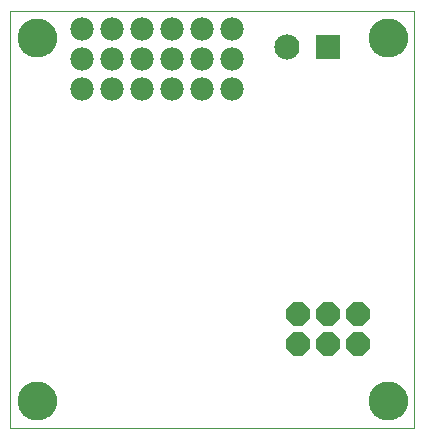
<source format=gbs>
G75*
G70*
%OFA0B0*%
%FSLAX24Y24*%
%IPPOS*%
%LPD*%
%AMOC8*
5,1,8,0,0,1.08239X$1,22.5*
%
%ADD10C,0.0000*%
%ADD11C,0.1300*%
%ADD12R,0.0840X0.0840*%
%ADD13C,0.0840*%
%ADD14OC8,0.0780*%
%ADD15C,0.0780*%
D10*
X000567Y000150D02*
X000567Y014046D01*
X014037Y014046D01*
X014037Y000150D01*
X000567Y000150D01*
X000837Y001050D02*
X000839Y001100D01*
X000845Y001150D01*
X000855Y001199D01*
X000869Y001247D01*
X000886Y001294D01*
X000907Y001339D01*
X000932Y001383D01*
X000960Y001424D01*
X000992Y001463D01*
X001026Y001500D01*
X001063Y001534D01*
X001103Y001564D01*
X001145Y001591D01*
X001189Y001615D01*
X001235Y001636D01*
X001282Y001652D01*
X001330Y001665D01*
X001380Y001674D01*
X001429Y001679D01*
X001480Y001680D01*
X001530Y001677D01*
X001579Y001670D01*
X001628Y001659D01*
X001676Y001644D01*
X001722Y001626D01*
X001767Y001604D01*
X001810Y001578D01*
X001851Y001549D01*
X001890Y001517D01*
X001926Y001482D01*
X001958Y001444D01*
X001988Y001404D01*
X002015Y001361D01*
X002038Y001317D01*
X002057Y001271D01*
X002073Y001223D01*
X002085Y001174D01*
X002093Y001125D01*
X002097Y001075D01*
X002097Y001025D01*
X002093Y000975D01*
X002085Y000926D01*
X002073Y000877D01*
X002057Y000829D01*
X002038Y000783D01*
X002015Y000739D01*
X001988Y000696D01*
X001958Y000656D01*
X001926Y000618D01*
X001890Y000583D01*
X001851Y000551D01*
X001810Y000522D01*
X001767Y000496D01*
X001722Y000474D01*
X001676Y000456D01*
X001628Y000441D01*
X001579Y000430D01*
X001530Y000423D01*
X001480Y000420D01*
X001429Y000421D01*
X001380Y000426D01*
X001330Y000435D01*
X001282Y000448D01*
X001235Y000464D01*
X001189Y000485D01*
X001145Y000509D01*
X001103Y000536D01*
X001063Y000566D01*
X001026Y000600D01*
X000992Y000637D01*
X000960Y000676D01*
X000932Y000717D01*
X000907Y000761D01*
X000886Y000806D01*
X000869Y000853D01*
X000855Y000901D01*
X000845Y000950D01*
X000839Y001000D01*
X000837Y001050D01*
X000837Y013150D02*
X000839Y013200D01*
X000845Y013250D01*
X000855Y013299D01*
X000869Y013347D01*
X000886Y013394D01*
X000907Y013439D01*
X000932Y013483D01*
X000960Y013524D01*
X000992Y013563D01*
X001026Y013600D01*
X001063Y013634D01*
X001103Y013664D01*
X001145Y013691D01*
X001189Y013715D01*
X001235Y013736D01*
X001282Y013752D01*
X001330Y013765D01*
X001380Y013774D01*
X001429Y013779D01*
X001480Y013780D01*
X001530Y013777D01*
X001579Y013770D01*
X001628Y013759D01*
X001676Y013744D01*
X001722Y013726D01*
X001767Y013704D01*
X001810Y013678D01*
X001851Y013649D01*
X001890Y013617D01*
X001926Y013582D01*
X001958Y013544D01*
X001988Y013504D01*
X002015Y013461D01*
X002038Y013417D01*
X002057Y013371D01*
X002073Y013323D01*
X002085Y013274D01*
X002093Y013225D01*
X002097Y013175D01*
X002097Y013125D01*
X002093Y013075D01*
X002085Y013026D01*
X002073Y012977D01*
X002057Y012929D01*
X002038Y012883D01*
X002015Y012839D01*
X001988Y012796D01*
X001958Y012756D01*
X001926Y012718D01*
X001890Y012683D01*
X001851Y012651D01*
X001810Y012622D01*
X001767Y012596D01*
X001722Y012574D01*
X001676Y012556D01*
X001628Y012541D01*
X001579Y012530D01*
X001530Y012523D01*
X001480Y012520D01*
X001429Y012521D01*
X001380Y012526D01*
X001330Y012535D01*
X001282Y012548D01*
X001235Y012564D01*
X001189Y012585D01*
X001145Y012609D01*
X001103Y012636D01*
X001063Y012666D01*
X001026Y012700D01*
X000992Y012737D01*
X000960Y012776D01*
X000932Y012817D01*
X000907Y012861D01*
X000886Y012906D01*
X000869Y012953D01*
X000855Y013001D01*
X000845Y013050D01*
X000839Y013100D01*
X000837Y013150D01*
X012537Y013150D02*
X012539Y013200D01*
X012545Y013250D01*
X012555Y013299D01*
X012569Y013347D01*
X012586Y013394D01*
X012607Y013439D01*
X012632Y013483D01*
X012660Y013524D01*
X012692Y013563D01*
X012726Y013600D01*
X012763Y013634D01*
X012803Y013664D01*
X012845Y013691D01*
X012889Y013715D01*
X012935Y013736D01*
X012982Y013752D01*
X013030Y013765D01*
X013080Y013774D01*
X013129Y013779D01*
X013180Y013780D01*
X013230Y013777D01*
X013279Y013770D01*
X013328Y013759D01*
X013376Y013744D01*
X013422Y013726D01*
X013467Y013704D01*
X013510Y013678D01*
X013551Y013649D01*
X013590Y013617D01*
X013626Y013582D01*
X013658Y013544D01*
X013688Y013504D01*
X013715Y013461D01*
X013738Y013417D01*
X013757Y013371D01*
X013773Y013323D01*
X013785Y013274D01*
X013793Y013225D01*
X013797Y013175D01*
X013797Y013125D01*
X013793Y013075D01*
X013785Y013026D01*
X013773Y012977D01*
X013757Y012929D01*
X013738Y012883D01*
X013715Y012839D01*
X013688Y012796D01*
X013658Y012756D01*
X013626Y012718D01*
X013590Y012683D01*
X013551Y012651D01*
X013510Y012622D01*
X013467Y012596D01*
X013422Y012574D01*
X013376Y012556D01*
X013328Y012541D01*
X013279Y012530D01*
X013230Y012523D01*
X013180Y012520D01*
X013129Y012521D01*
X013080Y012526D01*
X013030Y012535D01*
X012982Y012548D01*
X012935Y012564D01*
X012889Y012585D01*
X012845Y012609D01*
X012803Y012636D01*
X012763Y012666D01*
X012726Y012700D01*
X012692Y012737D01*
X012660Y012776D01*
X012632Y012817D01*
X012607Y012861D01*
X012586Y012906D01*
X012569Y012953D01*
X012555Y013001D01*
X012545Y013050D01*
X012539Y013100D01*
X012537Y013150D01*
X012537Y001050D02*
X012539Y001100D01*
X012545Y001150D01*
X012555Y001199D01*
X012569Y001247D01*
X012586Y001294D01*
X012607Y001339D01*
X012632Y001383D01*
X012660Y001424D01*
X012692Y001463D01*
X012726Y001500D01*
X012763Y001534D01*
X012803Y001564D01*
X012845Y001591D01*
X012889Y001615D01*
X012935Y001636D01*
X012982Y001652D01*
X013030Y001665D01*
X013080Y001674D01*
X013129Y001679D01*
X013180Y001680D01*
X013230Y001677D01*
X013279Y001670D01*
X013328Y001659D01*
X013376Y001644D01*
X013422Y001626D01*
X013467Y001604D01*
X013510Y001578D01*
X013551Y001549D01*
X013590Y001517D01*
X013626Y001482D01*
X013658Y001444D01*
X013688Y001404D01*
X013715Y001361D01*
X013738Y001317D01*
X013757Y001271D01*
X013773Y001223D01*
X013785Y001174D01*
X013793Y001125D01*
X013797Y001075D01*
X013797Y001025D01*
X013793Y000975D01*
X013785Y000926D01*
X013773Y000877D01*
X013757Y000829D01*
X013738Y000783D01*
X013715Y000739D01*
X013688Y000696D01*
X013658Y000656D01*
X013626Y000618D01*
X013590Y000583D01*
X013551Y000551D01*
X013510Y000522D01*
X013467Y000496D01*
X013422Y000474D01*
X013376Y000456D01*
X013328Y000441D01*
X013279Y000430D01*
X013230Y000423D01*
X013180Y000420D01*
X013129Y000421D01*
X013080Y000426D01*
X013030Y000435D01*
X012982Y000448D01*
X012935Y000464D01*
X012889Y000485D01*
X012845Y000509D01*
X012803Y000536D01*
X012763Y000566D01*
X012726Y000600D01*
X012692Y000637D01*
X012660Y000676D01*
X012632Y000717D01*
X012607Y000761D01*
X012586Y000806D01*
X012569Y000853D01*
X012555Y000901D01*
X012545Y000950D01*
X012539Y001000D01*
X012537Y001050D01*
D11*
X013167Y001050D03*
X013167Y013150D03*
X001467Y013150D03*
X001467Y001050D03*
D12*
X011167Y012850D03*
D13*
X009789Y012850D03*
D14*
X010167Y003950D03*
X011167Y003950D03*
X012167Y003950D03*
X012167Y002950D03*
X011167Y002950D03*
X010167Y002950D03*
D15*
X007967Y011450D03*
X007967Y012450D03*
X007967Y013450D03*
X006967Y013450D03*
X006967Y012450D03*
X006967Y011450D03*
X005967Y011450D03*
X005967Y012450D03*
X005967Y013450D03*
X004967Y013450D03*
X004967Y012450D03*
X004967Y011450D03*
X003967Y011450D03*
X003967Y012450D03*
X003967Y013450D03*
X002967Y013450D03*
X002967Y012450D03*
X002967Y011450D03*
M02*

</source>
